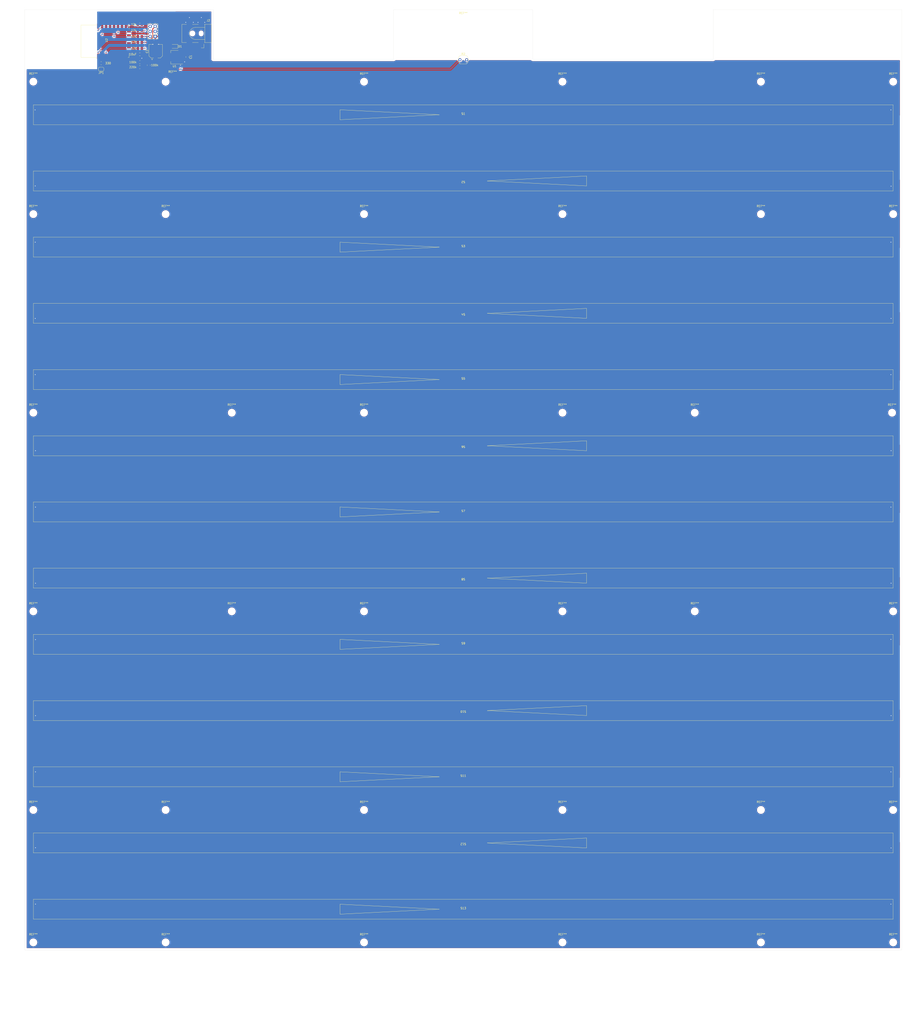
<source format=kicad_pcb>
(kicad_pcb (version 20211014) (generator pcbnew)
  (layers (0 "F.Cu" power) (31 "B.Cu" signal) (36 "B.SilkS" user "B.Silkscreen") (37 "F.SilkS" user "F.Silkscreen") (38 "B.Mask" user) (39 "F.Mask" user) (44 "Edge.Cuts" user))
  (net 0 "")
  (net 1 "GND")
  (net 2 "+5V")
  (net 3 "Net-(R1-Pad1)")
  (net 4 "+3V3")
  (net 5 "Net-(R6-Pad1)")
  (net 6 "Net-(R8-Pad2)")
  (net 7 "Net-(R9-Pad2)")
  (net 8 "Net-(R2-Pad1)")
  (net 9 "/Reset")
  (net 10 "/Flash")
  (net 11 "Net-(JP1-Pad1)")
  (net 12 "Net-(JP1-Pad2)")
  (net 25 "Net-(J1-Pad4)")
  (net 26 "Net-(S2-Pad4)")
  (net 27 "Net-(S1-Pad4)")
  (net 28 "Net-(S4-Pad4)")
  (net 29 "Net-(S3-Pad4)")
  (net 30 "Net-(S6-Pad4)")
  (net 31 "Net-(S5-Pad4)")
  (net 32 "Net-(S8-Pad4)")
  (net 33 "Net-(S10-Pad2)")
  (net 34 "Net-(S10-Pad4)")
  (net 35 "Net-(S7-Pad4)")
  (net 36 "Net-(S12-Pad4)")
  (net 38 "Net-(S11-Pad4)")
  (net 39 "Net-(J1-Pad6)")
  (footprint "Resistor_SMD:R_0805_2012Metric_Pad1.20x1.40mm_HandSolder" (layer "F.Cu") (at 387 326 180)
    (fp_text reference "R5" hide)
    (fp_text value "12k" (at 3 0.263 180) (layer "F.SilkS"))
    (pad "1" smd roundrect locked (at -1 0 180) (size 1.2 1.4) (layers "F.Cu" "F.Paste" "F.Mask") (roundrect_rratio 0.2083333333) (net 9 "/Reset"))
    (pad "2" smd roundrect locked (at 1 0 180) (size 1.2 1.4) (layers "F.Cu" "F.Paste" "F.Mask") (roundrect_rratio 0.2083333333) (net 4 "+3V3"))
  )
  (footprint "MountingHole:MountingHole_3mm" (layer "F.Cu") (at 499.99965 512.48036)
    (fp_text reference "REF**" (at 0 -4) (layer "F.SilkS"))
    (fp_text value "MountingHole_3mm")
    (pad "" np_thru_hole circle locked (at 0 0) (size 3 3) (drill 3) (layers *.Cu *.Mask))
  )
  (footprint "Connector_BarrelJack:BarrelJack_CLIFF_FC681465S_SMT_Horizontal" (layer "F.Cu") (at 415 321.5 180)
    (fp_text reference "J2" (at -6.5 6.5) (layer "F.SilkS"))
    (fp_text value "Conn_01x02_Female")
    (pad "" np_thru_hole oval locked (at -2.9 0 270) (size 2 1.5) (drill oval 2 1.5) (layers *.Cu *.Mask))
    (pad "" np_thru_hole circle locked (at 1.5 0 270) (size 2 2) (drill 2) (layers *.Cu *.Mask))
    (pad "1" smd rect locked (at 3 -5.5 270) (size 3 2) (layers "F.Cu" "F.Paste" "F.Mask") (net 2 "+5V"))
    (pad "1" smd rect locked (at -3 -5.5 270) (size 3 2) (layers "F.Cu" "F.Paste" "F.Mask") (net 2 "+5V"))
    (pad "2" smd rect locked (at 3 5.5 270) (size 3 2) (layers "F.Cu" "F.Paste" "F.Mask") (net 1 "GND"))
    (pad "3" smd rect locked (at -3 5.5 270) (size 3 2) (layers "F.Cu" "F.Paste" "F.Mask") (net 1 "GND"))
  )
  (footprint "MountingHole:MountingHole_3mm" (layer "F.Cu") (at 399.99966 779.147)
    (fp_text reference "REF**" (at 0 -4) (layer "F.SilkS"))
    (fp_text value "MountingHole_3mm")
    (pad "" np_thru_hole circle locked (at 0 0) (size 3 3) (drill 3) (layers *.Cu *.Mask))
  )
  (footprint "MountingHole:MountingHole_3mm" (layer "F.Cu") (at 399.99966 412.48037)
    (fp_text reference "REF**" (at 0 -4) (layer "F.SilkS"))
    (fp_text value "MountingHole_3mm")
    (pad "" np_thru_hole circle locked (at 0 0) (size 3 3) (drill 3) (layers *.Cu *.Mask))
  )
  (footprint "MountingHole:MountingHole_3mm" (layer "F.Cu") (at 599.99964 779.147)
    (fp_text reference "REF**" (at 0 -4) (layer "F.SilkS"))
    (fp_text value "MountingHole_3mm")
    (pad "" np_thru_hole circle locked (at 0 0) (size 3 3) (drill 3) (layers *.Cu *.Mask))
  )
  (footprint "woordklok_footprint:WS2812_ledstrip_30leds_meter" (layer "F.Cu") (at 550 395.7783 180)
    (fp_text reference "S2" (at 0 -0.5 180 unlocked) (layer "F.SilkS"))
    (fp_text value "WS2812_ledstrip")
    (pad "1" smd roundrect locked (at 217.25 -2.5 180) (size 3 1.7) (layers "F.Cu" "F.Paste" "F.Mask") (net 1 "GND"))
    (pad "1" smd roundrect locked (at -217.3 -2.5 180) (size 3 1.7) (layers "F.Cu" "F.Paste" "F.Mask") (net 1 "GND"))
    (pad "2" smd roundrect locked (at -217.3 0 180) (size 3 1.7) (layers "F.Cu" "F.Paste" "F.Mask") (net 27 "Net-(S1-Pad4)"))
    (pad "3" smd roundrect locked (at 217.25 2.5 180) (size 3 1.7) (layers "F.Cu" "F.Paste" "F.Mask") (net 2 "+5V"))
    (pad "3" smd roundrect locked (at -217.3 2.5 180) (size 3 1.7) (layers "F.Cu" "F.Paste" "F.Mask") (net 2 "+5V"))
    (pad "4" smd roundrect locked (at 217.25 0 180) (size 3 1.7) (layers "F.Cu" "F.Paste" "F.Mask") (net 26 "Net-(S2-Pad4)"))
  )
  (footprint "woordklok_footprint:WS2812_ledstrip_30leds_meter" (layer "F.Cu") (at 550 362.445)
    (fp_text reference "S1" (at 0 -0.5 unlocked) (layer "F.SilkS"))
    (fp_text value "WS2812_ledstrip")
    (pad "1" smd roundrect locked (at -217.3 -2.5) (size 3 1.7) (layers "F.Cu" "F.Paste" "F.Mask") (net 1 "GND"))
    (pad "1" smd roundrect locked (at 217.25 -2.5) (size 3 1.7) (layers "F.Cu" "F.Paste" "F.Mask") (net 1 "GND"))
    (pad "2" smd roundrect locked (at -217.3 0) (size 3 1.7) (layers "F.Cu" "F.Paste" "F.Mask") (net 12 "Net-(JP1-Pad2)"))
    (pad "3" smd roundrect locked (at -217.3 2.5) (size 3 1.7) (layers "F.Cu" "F.Paste" "F.Mask") (net 2 "+5V"))
    (pad "3" smd roundrect locked (at 217.25 2.5) (size 3 1.7) (layers "F.Cu" "F.Paste" "F.Mask") (net 2 "+5V"))
    (pad "4" smd roundrect locked (at 217.25 0) (size 3 1.7) (layers "F.Cu" "F.Paste" "F.Mask") (net 27 "Net-(S1-Pad4)"))
  )
  (footprint "MountingHole:MountingHole_3mm" (layer "F.Cu") (at 333.33333 345.79)
    (fp_text reference "REF**" (at 0 -4) (layer "F.SilkS"))
    (fp_text value "MountingHole_3mm")
    (pad "" np_thru_hole circle locked (at 0 0) (size 3 3) (drill 3) (layers *.Cu *.Mask))
  )
  (footprint "MountingHole:MountingHole_3mm" (layer "F.Cu") (at 699.99963 779.147)
    (fp_text reference "REF**" (at 0 -4) (layer "F.SilkS"))
    (fp_text value "MountingHole_3mm")
    (pad "" np_thru_hole circle locked (at 0 0) (size 3 3) (drill 3) (layers *.Cu *.Mask))
  )
  (footprint "MountingHole:MountingHole_3mm" (layer "F.Cu") (at 333.333 412.48037)
    (fp_text reference "REF**" (at 0 -4) (layer "F.SilkS"))
    (fp_text value "MountingHole_3mm")
    (pad "" np_thru_hole circle locked (at 0 0) (size 3 3) (drill 3) (layers *.Cu *.Mask))
  )
  (footprint "woordklok_footprint:WS2812_ledstrip_30leds_meter" (layer "F.Cu") (at 550 429.1116)
    (fp_text reference "S3" (at 0 -0.5 unlocked) (layer "F.SilkS"))
    (fp_text value "WS2812_ledstrip")
    (pad "1" smd roundrect locked (at -217.3 -2.5) (size 3 1.7) (layers "F.Cu" "F.Paste" "F.Mask") (net 1 "GND"))
    (pad "1" smd roundrect locked (at 217.25 -2.5) (size 3 1.7) (layers "F.Cu" "F.Paste" "F.Mask") (net 1 "GND"))
    (pad "2" smd roundrect locked (at -217.3 0) (size 3 1.7) (layers "F.Cu" "F.Paste" "F.Mask") (net 26 "Net-(S2-Pad4)"))
    (pad "3" smd roundrect locked (at -217.3 2.5) (size 3 1.7) (layers "F.Cu" "F.Paste" "F.Mask") (net 2 "+5V"))
    (pad "3" smd roundrect locked (at 217.25 2.5) (size 3 1.7) (layers "F.Cu" "F.Paste" "F.Mask") (net 2 "+5V"))
    (pad "4" smd roundrect locked (at 217.25 0) (size 3 1.7) (layers "F.Cu" "F.Paste" "F.Mask") (net 29 "Net-(S3-Pad4)"))
  )
  (footprint "MountingHole:MountingHole_3mm" (layer "F.Cu") (at 499.99965 712.48034)
    (fp_text reference "REF**" (at 0 -4) (layer "F.SilkS"))
    (fp_text value "MountingHole_3mm")
    (pad "" np_thru_hole circle locked (at 0 0) (size 3 3) (drill 3) (layers *.Cu *.Mask))
  )
  (footprint "MountingHole:MountingHole_3mm" (layer "F.Cu") (at 499.99965 612.48035)
    (fp_text reference "REF**" (at 0 -4) (layer "F.SilkS"))
    (fp_text value "MountingHole_3mm")
    (pad "" np_thru_hole circle locked (at 0 0) (size 3 3) (drill 3) (layers *.Cu *.Mask))
  )
  (footprint "MountingHole:MountingHole_3mm" (layer "F.Cu") (at 599.99964 512.48036)
    (fp_text reference "REF**" (at 0 -4) (layer "F.SilkS"))
    (fp_text value "MountingHole_3mm")
    (pad "" np_thru_hole circle locked (at 0 0) (size 3 3) (drill 3) (layers *.Cu *.Mask))
  )
  (footprint "MountingHole:MountingHole_3mm" (layer "F.Cu") (at 766.66629 612.48035)
    (fp_text reference "REF**" (at 0 -4) (layer "F.SilkS"))
    (fp_text value "MountingHole_3mm")
    (pad "" np_thru_hole circle locked (at 0 0) (size 3 3) (drill 3) (layers *.Cu *.Mask))
  )
  (footprint "MountingHole:MountingHole_3mm" (layer "F.Cu") (at 599.99964 345.81371)
    (fp_text reference "REF**" (at 0 -4) (layer "F.SilkS"))
    (fp_text value "MountingHole_3mm")
    (pad "" np_thru_hole circle locked (at 0 0) (size 3 3) (drill 3) (layers *.Cu *.Mask))
  )
  (footprint "woordklok_footprint:WS2812_ledstrip_30leds_meter" (layer "F.Cu") (at 550 595.7781 180)
    (fp_text reference "S8" (at 0 -0.5 180 unlocked) (layer "F.SilkS"))
    (fp_text value "WS2812_ledstrip")
    (pad "1" smd roundrect locked (at -217.3 -2.5 180) (size 3 1.7) (layers "F.Cu" "F.Paste" "F.Mask") (net 1 "GND"))
    (pad "1" smd roundrect locked (at 217.25 -2.5 180) (size 3 1.7) (layers "F.Cu" "F.Paste" "F.Mask") (net 1 "GND"))
    (pad "2" smd roundrect locked (at -217.3 0 180) (size 3 1.7) (layers "F.Cu" "F.Paste" "F.Mask") (net 35 "Net-(S7-Pad4)"))
    (pad "3" smd roundrect locked (at 217.25 2.5 180) (size 3 1.7) (layers "F.Cu" "F.Paste" "F.Mask") (net 2 "+5V"))
    (pad "3" smd roundrect locked (at -217.3 2.5 180) (size 3 1.7) (layers "F.Cu" "F.Paste" "F.Mask") (net 2 "+5V"))
    (pad "4" smd roundrect locked (at 217.25 0 180) (size 3 1.7) (layers "F.Cu" "F.Paste" "F.Mask") (net 32 "Net-(S8-Pad4)"))
  )
  (footprint "Resistor_SMD:R_0805_2012Metric_Pad1.20x1.40mm_HandSolder" (layer "F.Cu") (at 387 336)
    (fp_text reference "R1" hide)
    (fp_text value "100k" (at -3.5 0) (layer "F.SilkS"))
    (pad "1" smd roundrect locked (at -1 0) (size 1.2 1.4) (layers "F.Cu" "F.Paste" "F.Mask") (roundrect_rratio 0.2083333333) (net 3 "Net-(R1-Pad1)"))
    (pad "2" smd roundrect locked (at 1 0) (size 1.2 1.4) (layers "F.Cu" "F.Paste" "F.Mask") (roundrect_rratio 0.2083333333) (net 1 "GND"))
  )
  (footprint "MountingHole:MountingHole_3mm" (layer "F.Cu") (at 333.333 712.48034)
    (fp_text reference "REF**" (at 0 -4) (layer "F.SilkS"))
    (fp_text value "MountingHole_3mm")
    (pad "" np_thru_hole circle locked (at 0 0) (size 3 3) (drill 3) (layers *.Cu *.Mask))
  )
  (footprint "MountingHole:MountingHole_3mm" (layer "F.Cu") (at 433.33299 512.48036)
    (fp_text reference "REF**" (at 0 -4) (layer "F.SilkS"))
    (fp_text value "MountingHole_3mm")
    (pad "" np_thru_hole circle locked (at 0 0) (size 3 3) (drill 3) (layers *.Cu *.Mask))
  )
  (footprint "MountingHole:MountingHole_3mm" (layer "F.Cu") (at 766.66629 412.48037)
    (fp_text reference "REF**" (at 0 -4) (layer "F.SilkS"))
    (fp_text value "MountingHole_3mm")
    (pad "" np_thru_hole circle locked (at 0 0) (size 3 3) (drill 3) (layers *.Cu *.Mask))
  )
  (footprint "MountingHole:MountingHole_3mm" (layer "F.Cu") (at 499.99965 345.81371)
    (fp_text reference "REF**" (at 0 -4) (layer "F.SilkS"))
    (fp_text value "MountingHole_3mm")
    (pad "" np_thru_hole circle locked (at 0 0) (size 3 3) (drill 3) (layers *.Cu *.Mask))
  )
  (footprint "MountingHole:MountingHole_8.4mm_M8" (layer "F.Cu") (at 549.99 320.7)
    (fp_text reference "REF**" (at 0 -9.4) (layer "F.SilkS"))
    (fp_text value "MountingHole_8.4mm_M8")
    (pad "" np_thru_hole circle locked (at 0 0) (size 8.4 8.4) (drill 8.4) (layers *.Cu *.Mask))
  )
  (footprint "MountingHole:MountingHole_3mm" (layer "F.Cu") (at 499.99965 779.147)
    (fp_text reference "REF**" (at 0 -4) (layer "F.SilkS"))
    (fp_text value "MountingHole_3mm")
    (pad "" np_thru_hole circle locked (at 0 0) (size 3 3) (drill 3) (layers *.Cu *.Mask))
  )
  (footprint "MountingHole:MountingHole_3mm" (layer "F.Cu") (at 433.33299 612.48035)
    (fp_text reference "REF**" (at 0 -4) (layer "F.SilkS"))
    (fp_text value "MountingHole_3mm")
    (pad "" np_thru_hole circle locked (at 0 0) (size 3 3) (drill 3) (layers *.Cu *.Mask))
  )
  (footprint "Resistor_SMD:R_0805_2012Metric_Pad1.20x1.40mm_HandSolder" (layer "F.Cu") (at 391.5 337.5 -90)
    (fp_text reference "R3" hide)
    (fp_text value "100k" (at 0 -3 180) (layer "F.SilkS"))
    (pad "1" smd roundrect locked (at -1 0 270) (size 1.2 1.4) (layers "F.Cu" "F.Paste" "F.Mask") (roundrect_rratio 0.2083333333) (net 4 "+3V3"))
    (pad "2" smd roundrect locked (at 1 0 270) (size 1.2 1.4) (layers "F.Cu" "F.Paste" "F.Mask") (roundrect_rratio 0.2083333333) (net 8 "Net-(R2-Pad1)"))
  )
  (footprint "woordklok_footprint:WS2812_ledstrip_30leds_meter" (layer "F.Cu") (at 550 729.1113 180)
    (fp_text reference "S12" (at 0 -0.5 180 unlocked) (layer "F.SilkS"))
    (fp_text value "WS2812_ledstrip")
    (pad "1" smd roundrect locked (at -217.3 -2.5 180) (size 3 1.7) (layers "F.Cu" "F.Paste" "F.Mask") (net 1 "GND"))
    (pad "1" smd roundrect locked (at 217.25 -2.5 180) (size 3 1.7) (layers "F.Cu" "F.Paste" "F.Mask") (net 1 "GND"))
    (pad "2" smd roundrect locked (at -217.3 0 180) (size 3 1.7) (layers "F.Cu" "F.Paste" "F.Mask") (net 38 "Net-(S11-Pad4)"))
    (pad "3" smd roundrect locked (at 217.25 2.5 180) (size 3 1.7) (layers "F.Cu" "F.Paste" "F.Mask") (net 2 "+5V"))
    (pad "3" smd roundrect locked (at -217.3 2.5 180) (size 3 1.7) (layers "F.Cu" "F.Paste" "F.Mask") (net 2 "+5V"))
    (pad "4" smd roundrect locked (at 217.25 0 180) (size 3 1.7) (layers "F.Cu" "F.Paste" "F.Mask") (net 36 "Net-(S12-Pad4)"))
  )
  (footprint "MountingHole:MountingHole_3mm" (layer "F.Cu") (at 699.99963 712.48034)
    (fp_text reference "REF**" (at 0 -4) (layer "F.SilkS"))
    (fp_text value "MountingHole_3mm")
    (pad "" np_thru_hole circle locked (at 0 0) (size 3 3) (drill 3) (layers *.Cu *.Mask))
  )
  (footprint "woordklok_footprint:WS2812_ledstrip_30leds_meter" (layer "F.Cu") (at 550 629.1114)
    (fp_text reference "S9" (at 0 -0.5 unlocked) (layer "F.SilkS"))
    (fp_text value "WS2812_ledstrip")
    (pad "1" smd roundrect locked (at -217.3 -2.5) (size 3 1.7) (layers "F.Cu" "F.Paste" "F.Mask") (net 1 "GND"))
    (pad "1" smd roundrect locked (at 217.25 -2.5) (size 3 1.7) (layers "F.Cu" "F.Paste" "F.Mask") (net 1 "GND"))
    (pad "2" smd roundrect locked (at -217.3 0) (size 3 1.7) (layers "F.Cu" "F.Paste" "F.Mask") (net 32 "Net-(S8-Pad4)"))
    (pad "3" smd roundrect locked (at 217.25 2.5) (size 3 1.7) (layers "F.Cu" "F.Paste" "F.Mask") (net 2 "+5V"))
    (pad "3" smd roundrect locked (at -217.3 2.5) (size 3 1.7) (layers "F.Cu" "F.Paste" "F.Mask") (net 2 "+5V"))
    (pad "4" smd roundrect locked (at 217.25 0) (size 3 1.7) (layers "F.Cu" "F.Paste" "F.Mask") (net 33 "Net-(S10-Pad2)"))
  )
  (footprint "MountingHole:MountingHole_3mm" (layer "F.Cu") (at 599.99964 612.48035)
    (fp_text reference "REF**" (at 0 -4) (layer "F.SilkS"))
    (fp_text value "MountingHole_3mm")
    (pad "" np_thru_hole circle locked (at 0 0) (size 3 3) (drill 3) (layers *.Cu *.Mask))
  )
  (footprint "Jumper:SolderJumper-2_P1.3mm_Open_RoundedPad1.0x1.5mm" (layer "F.Cu") (at 367.5 339.5 180)
    (fp_text reference "JP1" (at 0 -1.8) (layer "F.SilkS"))
    (fp_text value "ledstrip")
    (pad "1" smd custom locked (at -0.65 0 180) (size 1 0.5) (layers "F.Cu" "F.Mask") (net 11 "Net-(JP1-Pad1)") (options (clearance outline) (anchor rect)) (primitives (gr_circle (center 0 0.25) (end 0.5 0.25) (width 0) (fill yes)) (gr_circle (center 0 -0.25) (end 0.5 -0.25) (width 0) (fill yes)) (gr_poly (pts (xy 0.5 0.75) (xy 0 0.75) (xy 0 -0.75) (xy 0.5 -0.75)) (width 0) (fill yes))))
    (pad "2" smd custom locked (at 0.65 0 180) (size 1 0.5) (layers "F.Cu" "F.Mask") (net 12 "Net-(JP1-Pad2)") (options (clearance outline) (anchor rect)) (primitives (gr_circle (center 0 0.25) (end 0.5 0.25) (width 0) (fill yes)) (gr_circle (center 0 -0.25) (end 0.5 -0.25) (width 0) (fill yes)) (gr_poly (pts (xy 0 0.75) (xy -0.5 0.75) (xy -0.5 -0.75) (xy 0 -0.75)) (width 0) (fill yes))))
  )
  (footprint "MountingHole:MountingHole_3mm" (layer "F.Cu") (at 333.333 779.147)
    (fp_text reference "REF**" (at 0 -4) (layer "F.SilkS"))
    (fp_text value "MountingHole_3mm")
    (pad "" np_thru_hole circle locked (at 0 0) (size 3 3) (drill 3) (layers *.Cu *.Mask))
  )
  (footprint "woordklok_footprint:WS2812_ledstrip_30leds_meter" (layer "F.Cu") (at 550 462.4449 180)
    (fp_text reference "S4" (at 0 -0.5 180 unlocked) (layer "F.SilkS"))
    (fp_text value "WS2812_ledstrip")
    (pad "1" smd roundrect locked (at 217.25 -2.5 180) (size 3 1.7) (layers "F.Cu" "F.Paste" "F.Mask") (net 1 "GND"))
    (pad "1" smd roundrect locked (at -217.3 -2.5 180) (size 3 1.7) (layers "F.Cu" "F.Paste" "F.Mask") (net 1 "GND"))
    (pad "2" smd roundrect locked (at -217.3 0 180) (size 3 1.7) (layers "F.Cu" "F.Paste" "F.Mask") (net 29 "Net-(S3-Pad4)"))
    (pad "3" smd roundrect locked (at 217.25 2.5 180) (size 3 1.7) (layers "F.Cu" "F.Paste" "F.Mask") (net 2 "+5V"))
    (pad "3" smd roundrect locked (at -217.3 2.5 180) (size 3 1.7) (layers "F.Cu" "F.Paste" "F.Mask") (net 2 "+5V"))
    (pad "4" smd roundrect locked (at 217.25 0 180) (size 3 1.7) (layers "F.Cu" "F.Paste" "F.Mask") (net 28 "Net-(S4-Pad4)"))
  )
  (footprint "woordklok_footprint:WS2812_ledstrip_30leds_meter" (layer "F.Cu") (at 550 662.4447 180)
    (fp_text reference "S10" (at 0 -0.5 180 unlocked) (layer "F.SilkS"))
    (fp_text value "WS2812_ledstrip")
    (pad "1" smd roundrect locked (at -217.3 -2.5 180) (size 3 1.7) (layers "F.Cu" "F.Paste" "F.Mask") (net 1 "GND"))
    (pad "1" smd roundrect locked (at 217.25 -2.5 180) (size 3 1.7) (layers "F.Cu" "F.Paste" "F.Mask") (net 1 "GND"))
    (pad "2" smd roundrect locked (at -217.3 0 180) (size 3 1.7) (layers "F.Cu" "F.Paste" "F.Mask") (net 33 "Net-(S10-Pad2)"))
    (pad "3" smd roundrect locked (at 217.25 2.5 180) (size 3 1.7) (layers "F.Cu" "F.Paste" "F.Mask") (net 2 "+5V"))
    (pad "3" smd roundrect locked (at -217.3 2.5 180) (size 3 1.7) (layers "F.Cu" "F.Paste" "F.Mask") (net 2 "+5V"))
    (pad "4" smd roundrect locked (at 217.25 0 180) (size 3 1.7) (layers "F.Cu" "F.Paste" "F.Mask") (net 34 "Net-(S10-Pad4)"))
  )
  (footprint "Resistor_SMD:R_0805_2012Metric_Pad1.20x1.40mm_HandSolder" (layer "F.Cu") (at 387 320)
    (fp_text reference "R8" hide)
    (fp_text value "12k" (at -3 -0.018) (layer "F.SilkS"))
    (pad "1" smd roundrect locked (at -1 0) (size 1.2 1.4) (layers "F.Cu" "F.Paste" "F.Mask") (roundrect_rratio 0.2083333333) (net 4 "+3V3"))
    (pad "2" smd roundrect locked (at 1 0) (size 1.2 1.4) (layers "F.Cu" "F.Paste" "F.Mask") (roundrect_rratio 0.2083333333) (net 6 "Net-(R8-Pad2)"))
  )
  (footprint "MountingHole:MountingHole_3mm" (layer "F.Cu") (at 399.99966 345.81371)
    (fp_text reference "REF**" (at 3.5 -5) (layer "F.SilkS"))
    (fp_text value "MountingHole_3mm")
    (pad "" np_thru_hole circle locked (at 0 0) (size 3 3) (drill 3) (layers *.Cu *.Mask))
  )
  (footprint "MountingHole:MountingHole_3mm" (layer "F.Cu") (at 599.99964 712.48034)
    (fp_text reference "REF**" (at 0 -4) (layer "F.SilkS"))
    (fp_text value "MountingHole_3mm")
    (pad "" np_thru_hole circle locked (at 0 0) (size 3 3) (drill 3) (layers *.Cu *.Mask))
  )
  (footprint "MountingHole:MountingHole_3mm" (layer "F.Cu") (at 766.6 712.5)
    (fp_text reference "REF**" (at 0 -4) (layer "F.SilkS"))
    (fp_text value "MountingHole_3mm")
    (pad "" np_thru_hole circle locked (at 0 0) (size 3 3) (drill 3) (layers *.Cu *.Mask))
  )
  (footprint "MountingHole:MountingHole_3mm" (layer "F.Cu") (at 333.333 512.48036)
    (fp_text reference "REF**" (at 0 -4) (layer "F.SilkS"))
    (fp_text value "MountingHole_3mm")
    (pad "" np_thru_hole circle locked (at 0 0) (size 3 3) (drill 3) (layers *.Cu *.Mask))
  )
  (footprint "Diode_SMD:D_0805_2012Metric_Pad1.15x1.40mm_HandSolder" (layer "F.Cu") (at 404.246 328.039 180)
    (fp_text reference "D1" (at -3.013 -0.02) (layer "F.SilkS"))
    (fp_text value "D_Schottky")
    (pad "1" smd roundrect locked (at -1.025 0 180) (size 1.15 1.4) (layers "F.Cu" "F.Paste" "F.Mask") (roundrect_rratio 0.2173913043) (net 2 "+5V"))
    (pad "2" smd roundrect locked (at 1.025 0 180) (size 1.15 1.4) (layers "F.Cu" "F.Paste" "F.Mask") (roundrect_rratio 0.2173913043) (net 4 "+3V3"))
  )
  (footprint "MountingHole:MountingHole_3mm" (layer "F.Cu") (at 699.99963 412.48037)
    (fp_text reference "REF**" (at 0 -4) (layer "F.SilkS"))
    (fp_text value "MountingHole_3mm")
    (pad "" np_thru_hole circle locked (at 0 0) (size 3 3) (drill 3) (layers *.Cu *.Mask))
  )
  (footprint "woordklok_footprint:WS2812_ledstrip_30leds_meter" (layer "F.Cu") (at 550 695.778)
    (fp_text reference "S11" (at 0 -0.5 unlocked) (layer "F.SilkS"))
    (fp_text value "WS2812_ledstrip")
    (pad "1" smd roundrect locked (at 217.25 -2.5) (size 3 1.7) (layers "F.Cu" "F.Paste" "F.Mask") (net 1 "GND"))
    (pad "1" smd roundrect locked (at -217.3 -2.5) (size 3 1.7) (layers "F.Cu" "F.Paste" "F.Mask") (net 1 "GND"))
    (pad "2" smd roundrect locked (at -217.3 0) (size 3 1.7) (layers "F.Cu" "F.Paste" "F.Mask") (net 34 "Net-(S10-Pad4)"))
    (pad "3" smd roundrect locked (at 217.25 2.5) (size 3 1.7) (layers "F.Cu" "F.Paste" "F.Mask") (net 2 "+5V"))
    (pad "3" smd roundrect locked (at -217.3 2.5) (size 3 1.7) (layers "F.Cu" "F.Paste" "F.Mask") (net 2 "+5V"))
    (pad "4" smd roundrect locked (at 217.25 0) (size 3 1.7) (layers "F.Cu" "F.Paste" "F.Mask") (net 38 "Net-(S11-Pad4)"))
  )
  (footprint "Package_TO_SOT_SMD:SOT-223-3_TabPin2" (layer "F.Cu") (at 404.5 333.5 180)
    (fp_text reference "U1" (at 0 -4.5) (layer "F.SilkS"))
    (fp_text value "AMS1117-3.3")
    (pad "1" smd rect locked (at -3.15 -2.3 180) (size 2 1.5) (layers "F.Cu" "F.Paste" "F.Mask") (net 1 "GND"))
    (pad "2" smd rect locked (at -3.15 0 180) (size 2 1.5) (layers "F.Cu" "F.Paste" "F.Mask") (net 4 "+3V3"))
    (pad "2" smd rect locked (at 3.15 0 180) (size 2 3.8) (layers "F.Cu" "F.Paste" "F.Mask") (net 4 "+3V3"))
    (pad "3" smd rect locked (at -3.15 2.3 180) (size 2 1.5) (layers "F.Cu" "F.Paste" "F.Mask") (net 2 "+5V"))
  )
  (footprint "RF_Module:ESP-12E" (layer "F.Cu") (at 369.5 325.425 90)
    (fp_text reference "U2" (at 0.45 0.75 90) (layer "F.SilkS"))
    (fp_text value "ESP-12E")
    (pad "1" smd rect locked (at -7.6 -3.5 90) (size 2.5 1) (layers "F.Cu" "F.Paste" "F.Mask") (net 9 "/Reset"))
    (pad "2" smd rect locked (at -7.6 -1.5 90) (size 2.5 1) (layers "F.Cu" "F.Paste" "F.Mask") (net 3 "Net-(R1-Pad1)"))
    (pad "3" smd rect locked (at -7.6 0.5 90) (size 2.5 1) (layers "F.Cu" "F.Paste" "F.Mask") (net 5 "Net-(R6-Pad1)"))
    (pad "4" smd rect locked (at -7.6 2.5 90) (size 2.5 1) (layers "F.Cu" "F.Paste" "F.Mask"))
    (pad "5" smd rect locked (at -7.6 4.5 90) (size 2.5 1) (layers "F.Cu" "F.Paste" "F.Mask"))
    (pad "6" smd rect locked (at -7.6 6.5 90) (size 2.5 1) (layers "F.Cu" "F.Paste" "F.Mask"))
    (pad "7" smd rect locked (at -7.6 8.5 90) (size 2.5 1) (layers "F.Cu" "F.Paste" "F.Mask"))
    (pad "8" smd rect locked (at -7.6 10.5 90) (size 2.5 1) (layers "F.Cu" "F.Paste" "F.Mask") (net 4 "+3V3"))
    (pad "9" smd rect locked (at -5 12 90) (size 1 1.8) (layers "F.Cu" "F.Paste" "F.Mask"))
    (pad "10" smd rect locked (at -3 12 90) (size 1 1.8) (layers "F.Cu" "F.Paste" "F.Mask"))
    (pad "11" smd rect locked (at -1 12 90) (size 1 1.8) (layers "F.Cu" "F.Paste" "F.Mask"))
    (pad "12" smd rect locked (at 1 12 90) (size 1 1.8) (layers "F.Cu" "F.Paste" "F.Mask"))
    (pad "13" smd rect locked (at 3 12 90) (size 1 1.8) (layers "F.Cu" "F.Paste" "F.Mask"))
    (pad "14" smd rect locked (at 5 12 90) (size 1 1.8) (layers "F.Cu" "F.Paste" "F.Mask"))
    (pad "15" smd rect locked (at 7.6 10.5 90) (size 2.5 1) (layers "F.Cu" "F.Paste" "F.Mask") (net 1 "GND"))
    (pad "16" smd rect locked (at 7.6 8.5 90) (size 2.5 1) (layers "F.Cu" "F.Paste" "F.Mask") (net 7 "Net-(R9-Pad2)"))
    (pad "17" smd rect locked (at 7.6 6.5 90) (size 2.5 1) (layers "F.Cu" "F.Paste" "F.Mask") (net 6 "Net-(R8-Pad2)"))
    (pad "18" smd rect locked (at 7.6 4.5 90) (size 2.5 1) (layers "F.Cu" "F.Paste" "F.Mask") (net 10 "/Flash"))
    (pad "19" smd rect locked (at 7.6 2.5 90) (size 2.5 1) (layers "F.Cu" "F.Paste" "F.Mask"))
    (pad "20" smd rect locked (at 7.6 0.5 90) (size 2.5 1) (layers "F.Cu" "F.Paste" "F.Mask"))
    (pad "21" smd rect locked (at 7.6 -1.5 90) (size 2.5 1) (layers "F.Cu" "F.Paste" "F.Mask") (net 25 "Net-(J1-Pad4)"))
    (pad "22" smd rect locked (at 7.6 -3.5 90) (size 2.5 1) (layers "F.Cu" "F.Paste" "F.Mask") (net 39 "Net-(J1-Pad6)"))
  )
  (footprint "woordklok_footprint:WS2812_ledstrip_30leds_meter" (layer "F.Cu") (at 550 495.7782)
    (fp_text reference "S5" (at 0 -0.5 unlocked) (layer "F.SilkS"))
    (fp_text value "WS2812_ledstrip")
    (pad "1" smd roundrect locked (at 217.25 -2.5) (size 3 1.7) (layers "F.Cu" "F.Paste" "F.Mask") (net 1 "GND"))
    (pad "1" smd roundrect locked (at -217.3 -2.5) (size 3 1.7) (layers "F.Cu" "F.Paste" "F.Mask") (net 1 "GND"))
    (pad "2" smd roundrect locked (at -217.3 0) (size 3 1.7) (layers "F.Cu" "F.Paste" "F.Mask") (net 28 "Net-(S4-Pad4)"))
    (pad "3" smd roundrect locked (at -217.3 2.5) (size 3 1.7) (layers "F.Cu" "F.Paste" "F.Mask") (net 2 "+5V"))
    (pad "3" smd roundrect locked (at 217.25 2.5) (size 3 1.7) (layers "F.Cu" "F.Paste" "F.Mask") (net 2 "+5V"))
    (pad "4" smd roundrect locked (at 217.25 0) (size 3 1.7) (layers "F.Cu" "F.Paste" "F.Mask") (net 31 "Net-(S5-Pad4)"))
  )
  (footprint "MountingHole:MountingHole_3mm" (layer "F.Cu") (at 333.333 612.48035)
    (fp_text reference "REF**" (at 0 -4) (layer "F.SilkS"))
    (fp_text value "MountingHole_3mm")
    (pad "" np_thru_hole circle locked (at 0 0) (size 3 3) (drill 3) (layers *.Cu *.Mask))
  )
  (footprint "MountingHole:MountingHole_3mm" (layer "F.Cu") (at 499.99965 412.48037)
    (fp_text reference "REF**" (at 0 -4) (layer "F.SilkS"))
    (fp_text value "MountingHole_3mm")
    (pad "" np_thru_hole circle locked (at 0 0) (size 3 3) (drill 3) (layers *.Cu *.Mask))
  )
  (footprint "MountingHole:MountingHole_3mm" (layer "F.Cu") (at 766.1 512.48036)
    (fp_text reference "REF**" (at 0 -4) (layer "F.SilkS"))
    (fp_text value "MountingHole_3mm")
    (pad "" np_thru_hole circle locked (at 0 0) (size 3 3) (drill 3) (layers *.Cu *.Mask))
  )
  (footprint "Resistor_SMD:R_0805_2012Metric_Pad1.20x1.40mm_HandSolder" (layer "F.Cu") (at 387 338.5 180)
    (fp_text reference "R4" hide)
    (fp_text value "220k" (at 3.5 0) (layer "F.SilkS"))
    (pad "1" smd roundrect locked (at -1 0 180) (size 1.2 1.4) (layers "F.Cu" "F.Paste" "F.Mask") (roundrect_rratio 0.2083333333) (net 8 "Net-(R2-Pad1)"))
    (pad "2" smd roundrect locked (at 1 0 180) (size 1.2 1.4) (layers "F.Cu" "F.Paste" "F.Mask") (roundrect_rratio 0.2083333333) (net 3 "Net-(R1-Pad1)"))
  )
  (footprint "Connector_PinHeader_2.54mm:PinHeader_2x03_P2.54mm_Vertical" (layer "F.Cu") (at 394.77 323.04 180)
    (fp_text reference "J1" hide)
    (fp_text value "Conn_02x03")
    (pad "1" thru_hole rect (at 0 0 180) (size 1.7 1.7) (drill 1) (layers *.Cu *.Mask) (net 4 "+3V3"))
    (pad "2" thru_hole oval (at 2.54 0 180) (size 1.7 1.7) (drill 1) (layers *.Cu *.Mask) (net 10 "/Flash"))
    (pad "3" thru_hole oval (at 0 2.54 180) (size 1.7 1.7) (drill 1) (layers *.Cu *.Mask) (net 1 "GND"))
    (pad "4" thru_hole oval (at 2.54 2.54 180) (size 1.7 1.7) (drill 1) (layers *.Cu *.Mask) (net 25 "Net-(J1-Pad4)"))
    (pad "5" thru_hole oval (at 0 5.08 180) (size 1.7 1.7) (drill 1) (layers *.Cu *.Mask) (net 9 "/Reset"))
    (pad "6" thru_hole oval (at 2.54 5.08 180) (size 1.7 1.7) (drill 1) (layers *.Cu *.Mask) (net 39 "Net-(J1-Pad6)"))
  )
  (footprint "woordklok_footprint:WS2812_ledstrip_30leds_meter" (layer "F.Cu") (at 550 762.4446)
    (fp_text reference "S13" (at 0 -0.5 unlocked) (layer "F.SilkS"))
    (fp_text value "WS2812_ledstrip")
    (pad "1" smd roundrect locked (at -217.3 -2.5) (size 3 1.7) (layers "F.Cu" "F.Paste" "F.Mask") (net 1 "GND"))
    (pad "1" smd roundrect locked (at 217.25 -2.5) (size 3 1.7) (layers "F.Cu" "F.Paste" "F.Mask") (net 1 "GND"))
    (pad "2" smd roundrect locked (at -217.3 0) (size 3 1.7) (layers "F.Cu" "F.Paste" "F.Mask") (net 36 "Net-(S12-Pad4)"))
    (pad "3" smd roundrect locked (at 217.25 2.5) (size 3 1.7) (layers "F.Cu" "F.Paste" "F.Mask") (net 2 "+5V"))
    (pad "3" smd roundrect locked (at -217.3 2.5) (size 3 1.7) (layers "F.Cu" "F.Paste" "F.Mask") (net 2 "+5V"))
    (pad "4" smd roundrect locked (at 217.25 0) (size 3 1.7) (layers "F.Cu" "F.Paste" "F.Mask"))
  )
  (footprint "Resistor_SMD:R_0805_2012Metric_Pad1.20x1.40mm_HandSolder" (layer "F.Cu") (at 387 317)
    (fp_text reference "R9" hide)
    (fp_text value "12k" (at -3 0.014) (layer "F.SilkS"))
    (pad "1" smd roundrect locked (at -1 0) (size 1.2 1.4) (layers "F.Cu" "F.Paste" "F.Mask") (roundrect_rratio 0.2083333333) (net 1 "GND"))
    (pad "2" smd roundrect locked (at 1 0) (size 1.2 1.4) (layers "F.Cu" "F.Paste" "F.Mask") (roundrect_rratio 0.2083333333) (net 7 "Net-(R9-Pad2)"))
  )
  (footprint "Capacitor_SMD:C_0805_2012Metric_Pad1.18x1.45mm_HandSolder" (layer "F.Cu") (at 410.977 333.373 -90)
    (fp_text reference "C1" (at 0 -1.68 90) (layer "F.SilkS"))
    (fp_text value "10uF")
    (pad "1" smd roundrect locked (at -1.0375 0 270) (size 1.175 1.45) (layers "F.Cu" "F.Paste" "F.Mask") (roundrect_rratio 0.2127659574) (net 2 "+5V"))
    (pad "2" smd roundrect locked (at 1.0375 0 270) (size 1.175 1.45) (layers "F.Cu" "F.Paste" "F.Mask") (roundrect_rratio 0.2127659574) (net 1 "GND"))
  )
  (footprint "Capacitor_SMD:CP_Elec_6.3x5.4" (layer "F.Cu") (at 395 330.5 90)
    (fp_text reference "C2" (at 0 -4.35 90) (layer "F.SilkS"))
    (fp_text value "10uF")
    (pad "1" smd roundrect locked (at -2.8 0 90) (size 3.5 1.6) (layers "F.Cu" "F.Paste" "F.Mask") (roundrect_rratio 0.15625) (net 4 "+3V3"))
    (pad "2" smd roundrect locked (at 2.8 0 90) (size 3.5 1.6) (layers "F.Cu" "F.Paste" "F.Mask") (roundrect_rratio 0.15625) (net 1 "GND"))
  )
  (footprint "MountingHole:MountingHole_3mm" (layer "F.Cu") (at 699.99963 345.81371)
    (fp_text reference "REF**" (at 0 -4) (layer "F.SilkS"))
    (fp_text value "MountingHole_3mm")
    (pad "" np_thru_hole circle locked (at 0 0) (size 3 3) (drill 3) (layers *.Cu *.Mask))
  )
  (footprint "MountingHole:MountingHole_3mm" (layer "F.Cu") (at 399.99966 712.48034)
    (fp_text reference "REF**" (at 0 -4) (layer "F.SilkS"))
    (fp_text value "MountingHole_3mm")
    (pad "" np_thru_hole circle locked (at 0 0) (size 3 3) (drill 3) (layers *.Cu *.Mask))
  )
  (footprint "Capacitor_SMD:C_0805_2012Metric_Pad1.18x1.45mm_HandSolder" (layer "F.Cu") (at 387 332)
    (fp_text reference "C3" hide)
    (fp_text value "10uF" (at -3.5 0) (layer "F.SilkS"))
    (pad "1" smd roundrect locked (at -1.0375 0) (size 1.175 1.45) (layers "F.Cu" "F.Paste" "F.Mask") (roundrect_rratio 0.2127659574) (net 4 "+3V3"))
    (pad "2" smd roundrect locked (at 1.0375 0) (size 1.175 1.45) (layers "F.Cu" "F.Paste" "F.Mask") (roundrect_rratio 0.2127659574) (net 1 "GND"))
  )
  (footprint "MountingHole:MountingHole_3mm" (layer "F.Cu") (at 766.66629 345.81371)
    (fp_text reference "REF**" (at 0 -4) (layer "F.SilkS"))
    (fp_text value "MountingHole_3mm")
    (pad "" np_thru_hole circle locked (at 0 0) (size 3 3) (drill 3) (layers *.Cu *.Mask))
  )
  (footprint "Resistor_SMD:R_0805_2012Metric_Pad1.20x1.40mm_HandSolder" (layer "F.Cu") (at 387 323)
    (fp_text reference "R7" hide)
    (fp_text value "12k" (at -3 -0.05) (layer "F.SilkS"))
    (pad "1" smd roundrect locked (at -1 0) (size 1.2 1.4) (layers "F.Cu" "F.Paste" "F.Mask") (roundrect_rratio 0.2083333333) (net 4 "+3V3"))
    (pad "2" smd roundrect locked (at 1 0) (size 1.2 1.4) (layers "F.Cu" "F.Paste" "F.Mask") (roundrect_rratio 0.2083333333) (net 10 "/Flash"))
  )
  (footprint "MountingHole:MountingHole_3mm" (layer "F.Cu") (at 666.6663 612.48035)
    (fp_text reference "REF**" (at 0 -4) (layer "F.SilkS"))
    (fp_text value "MountingHole_3mm")
    (pad "" np_thru_hole circle locked (at 0 0) (size 3 3) (drill 3) (layers *.Cu *.Mask))
  )
  (footprint "Resistor_SMD:R_0805_2012Metric_Pad1.20x1.40mm_HandSolder" (layer "F.Cu") (at 387 329 180)
    (fp_text reference "R6" hide)
    (fp_text value "12k" (at 3 0) (layer "F.SilkS"))
    (pad "1" smd roundrect locked (at -1 0 180) (size 1.2 1.4) (layers "F.Cu" "F.Paste" "F.Mask") (roundrect_rratio 0.2083333333) (net 5 "Net-(R6-Pad1)"))
    (pad "2" smd roundrect locked (at 1 0 180) (size 1.2 1.4) (layers "F.Cu" "F.Paste" "F.Mask") (roundrect_rratio 0.2083333333) (net 4 "+3V3"))
  )
  (footprint "MountingHole:MountingHole_3mm" (layer "F.Cu") (at 599.99964 412.48037)
    (fp_text reference "REF**" (at 0 -4) (layer "F.SilkS"))
    (fp_text value "MountingHole_3mm")
    (pad "" np_thru_hole circle locked (at 0 0) (size 3 3) (drill 3) (layers *.Cu *.Mask))
  )
  (footprint "woordklok_footprint:WS2812_ledstrip_30leds_meter" (layer "F.Cu") (at 550 529.1115 180)
    (fp_text reference "S6" (at 0 -0.5 180 unlocked) (layer "F.SilkS"))
    (fp_text value "WS2812_ledstrip")
    (pad "1" smd roundrect locked (at -217.3 -2.5 180) (size 3 1.7) (layers "F.Cu" "F.Paste" "F.Mask") (net 1 "GND"))
    (pad "1" smd roundrect locked (at 217.25 -2.5 180) (size 3 1.7) (layers "F.Cu" "F.Paste" "F.Mask") (net 1 "GND"))
    (pad "2" smd roundrect locked (at -217.3 0 180) (size 3 1.7) (layers "F.Cu" "F.Paste" "F.Mask") (net 31 "Net-(S5-Pad4)"))
    (pad "3" smd roundrect locked (at -217.3 2.5 180) (size 3 1.7) (layers "F.Cu" "F.Paste" "F.Mask") (net 2 "+5V"))
    (pad "3" smd roundrect locked (at 217.25 2.5 180) (size 3 1.7) (layers "F.Cu" "F.Paste" "F.Mask") (net 2 "+5V"))
    (pad "4" smd roundrect locked (at 217.25 0 180) (size 3 1.7) (layers "F.Cu" "F.Paste" "F.Mask") (net 30 "Net-(S6-Pad4)"))
  )
  (footprint "MountingHole:MountingHole_3mm" (layer "F.Cu") (at 766.66629 779.147)
    (fp_text reference "REF**" (at 0 -4) (layer "F.SilkS"))
    (fp_text value "MountingHole_3mm")
    (pad "" np_thru_hole circle locked (at 0 0) (size 3 3) (drill 3) (layers *.Cu *.Mask))
  )
  (footprint "OptoDevice:R_LDR_5.1x4.3mm_P3.4mm_Vertical" (layer "F.Cu") (at 548.3122 334.7526)
    (fp_text reference "R2" (at 1.7 -2.9) (layer "F.SilkS"))
    (fp_text value "LDR")
    (pad "1" thru_hole circle locked (at 0 0) (size 1.5 1.5) (drill 0.8) (layers *.Cu *.Mask) (net 8 "Net-(R2-Pad1)"))
    (pad "2" thru_hole circle locked (at 3.4 0) (size 1.5 1.5) (drill 0.8) (layers *.Cu *.Mask) (net 1 "GND"))
  )
  (footprint "Resistor_SMD:R_0805_2012Metric_Pad1.20x1.40mm_HandSolder" (layer "F.Cu") (at 367.5 336.5)
    (fp_text reference "R10" hide)
    (fp_text value "330" (at 3.5 0 180) (layer "F.SilkS"))
    (pad "1" smd roundrect locked (at -1 0) (size 1.2 1.4) (layers "F.Cu" "F.Paste" "F.Mask") (roundrect_rratio 0.2083333333) (net 11 "Net-(JP1-Pad1)"))
    (pad "2" smd roundrect locked (at 1 0) (size 1.2 1.4) (layers "F.Cu" "F.Paste" "F.Mask") (roundrect_rratio 0.2083333333) (net 25 "Net-(J1-Pad4)"))
  )
  (footprint "MountingHole:MountingHole_3mm" (layer "F.Cu") (at 666.6663 512.48036)
    (fp_text reference "REF**" (at 0 -4) (layer "F.SilkS"))
    (fp_text value "MountingHole_3mm")
    (pad "" np_thru_hole circle locked (at 0 0) (size 3 3) (drill 3) (layers *.Cu *.Mask))
  )
  (footprint "woordklok_footprint:WS2812_ledstrip_30leds_meter" (layer "F.Cu") (at 550 562.4448)
    (fp_text reference "S7" (at 0 -0.5 unlocked) (layer "F.SilkS"))
    (fp_text value "WS2812_ledstrip")
    (pad "1" smd roundrect locked (at 217.25 -2.5) (size 3 1.7) (layers "F.Cu" "F.Paste" "F.Mask") (net 1 "GND"))
    (pad "1" smd roundrect locked (at -217.3 -2.5) (size 3 1.7) (layers "F.Cu" "F.Paste" "F.Mask") (net 1 "GND"))
    (pad "2" smd roundrect locked (at -217.3 0) (size 3 1.7) (layers "F.Cu" "F.Paste" "F.Mask") (net 30 "Net-(S6-Pad4)"))
    (pad "3" smd roundrect locked (at -217.3 2.5) (size 3 1.7) (layers "F.Cu" "F.Paste" "F.Mask") (net 2 "+5V"))
    (pad "3" smd roundrect locked (at 217.25 2.5) (size 3 1.7) (layers "F.Cu" "F.Paste" "F.Mask") (net 2 "+5V"))
    (pad "4" smd roundrect locked (at 217.25 0) (size 3 1.7) (layers "F.Cu" "F.Paste" "F.Mask") (net 35 "Net-(S7-Pad4)"))
  )
  (gr_line (start 585 309.5) (end 585 334.5) (layer "Edge.Cuts") (width 0.05))
  (gr_line (start 770.5 309.5) (end 771 309.5) (layer "Edge.Cuts") (width 0.05))
  (gr_line (start 515 334.5) (end 515 309.5) (layer "Edge.Cuts") (width 0.05))
  (gr_line (start 771 783) (end 329 783) (layer "Edge.Cuts") (width 0.05))
  (gr_line (start 515 309.5) (end 585 309.5) (layer "Edge.Cuts") (width 0.05))
  (gr_line (start 676 334.5) (end 676 309.5) (layer "Edge.Cuts") (width 0.05))
  (gr_line (start 676 309.5) (end 770.5 309.5) (layer "Edge.Cuts") (width 0.05))
  (gr_line (start 329 309.5) (end 424 309.5) (layer "Edge.Cuts") (width 0.05))
  (gr_line (start 424 334.5) (end 515 334.5) (layer "Edge.Cuts") (width 0.05))
  (gr_line (start 329 783) (end 329 309.5) (layer "Edge.Cuts") (width 0.05))
  (gr_line (start 771 309.5) (end 771 783) (layer "Edge.Cuts") (width 0.05))
  (gr_line (start 424 309.5) (end 424 334.5) (layer "Edge.Cuts") (width 0.05))
  (gr_line (start 585 334.5) (end 676 334.5) (layer "Edge.Cuts") (width 0.05))
  (segment (start 413.962 315.925) (end 412.075 315.925) (width 0.4) (layer "F.Cu") (net 1))
  (segment (start 416.318 315.935) (end 417.935 315.935) (width 0.4) (layer "F.Cu") (net 1))
  (segment (start 407.5 335.95) (end 407.65 335.8) (width 0.25) (layer "F.Cu") (net 1))
  (segment (start 386 317) (end 384.5 317) (width 0.25) (layer "F.Cu") (net 1))
  (segment (start 380 317.825) (end 380.675 317.825) (width 0.25) (layer "F.Cu") (net 1))
  (segment (start 412 313.5) (end 412 316) (width 0.4) (layer "F.Cu") (net 1))
  (segment (start 388.0375 332) (end 388.0375 333.9625) (width 0.25) (layer "F.Cu") (net 1))
  (segment (start 418 313.5) (end 418 316) (width 0.4) (layer "F.Cu") (net 1))
  (segment (start 410.152 315.925) (end 411.925 315.925) (width 0.4) (layer "F.Cu") (net 1))
  (segment (start 407.5 337.5) (end 407.5 335.95) (width 0.4) (layer "F.Cu") (net 1))
  (segment (start 396.5 327) (end 395.7 327) (width 0.25) (layer "F.Cu") (net 1))
  (segment (start 393.5 327) (end 394.3 327) (width 0.25) (layer "F.Cu") (net 1))
  (segment (start 409.557 335.8) (end 409.558 335.799) (width 0.4) (layer "F.Cu") (net 1))
  (segment (start 388 334) (end 388 336) (width 0.25) (layer "F.Cu") (net 1))
  (segment (start 395.7 327) (end 395 327.7) (width 0.25) (layer "F.Cu") (net 1))
  (segment (start 394.3 327) (end 395 327.7) (width 0.25) (layer "F.Cu") (net 1))
  (segment (start 380.675 317.825) (end 381.5 317) (width 0.25) (layer "F.Cu") (net 1))
  (segment (start 410.342 334.4105) (end 410.342 335.015) (width 0.4) (layer "F.Cu") (net 1))
  (segment (start 407.65 335.8) (end 409.557 335.8) (width 0.4) (layer "F.Cu") (net 1))
  (segment (start 388.0375 333.9625) (end 388 334) (width 0.25) (layer "F.Cu") (net 1))
  (segment (start 410.342 335.015) (end 409.558 335.799) (width 0.4) (layer "F.Cu") (net 1))
  (segment (start 419.718 315.935) (end 418.065 315.935) (width 0.4) (layer "F.Cu") (net 1))
  (via (at 407.5 337.5) (size 0.8) (drill 0.4) (layers "F.Cu" "B.Cu") (net 1))
  (via (at 418 313.5) (size 0.8) (drill 0.4) (layers "F.Cu" "B.Cu") (net 1))
  (via (at 409.558 335.799) (size 0.8) (drill 0.4) (layers "F.Cu" "B.Cu") (net 1))
  (via (at 416.318 315.935) (size 0.8) (drill 0.4) (layers "F.Cu" "B.Cu") (net 1))
  (via (at 765.6 531.6) (size 0.8) (drill 0.4) (layers "F.Cu" "B.Cu") (net 1))
  (via (at 334.3 398.3) (size 0.8) (drill 0.4) (layers "F.Cu" "B.Cu") (net 1))
  (via (at 384.5 317) (size 0.8) (drill 0.4) (layers "F.Cu" "B.Cu") (net 1))
  (via (at 334.4 731.5) (size 0.8) (drill 0.4) (layers "F.Cu" "B.Cu") (net 1))
  (via (at 396.5 327) (size 0.8) (drill 0.4) (layers "F.Cu" "B.Cu") (net 1))
  (via (at 765.6 731.6) (size 0.8) (drill 0.4) (layers "F.Cu" "B.Cu") (net 1))
  (via (at 413.962 315.925) (size 0.8) (drill 0.4) (layers "F.Cu" "B.Cu") (net 1))
  (via (at 765.5 426.6) (size 0.8) (drill 0.4) (layers "F.Cu" "B.Cu") (net 1))
  (via (at 388 334) (size 0.8) (drill 0.4) (layers "F.Cu" "B.Cu") (net 1))
  (via (at 334.4 759.9) (size 0.8) (drill 0.4) (layers "F.Cu" "B.Cu") (net 1))
  (via (at 765.5 626.6) (size 0.8) (drill 0.4) (layers "F.Cu" "B.Cu") (net 1))
  (via (at 334.3 493.3) (size 0.8) (drill 0.4) (layers "F.Cu" "B.Cu") (net 1))
  (via (at 765.5 560) (size 0.8) (drill 0.4) (layers "F.Cu" "B.Cu") (net 1))
  (via (at 765.6 398.4) (size 0.8) (drill 0.4) (layers "F.Cu" "B.Cu") (net 1))
  (via (at 412 313.5) (size 0.8) (drill 0.4) (layers "F.Cu" "B.Cu") (net 1))
  (via (at 765.5 759.9) (size 0.8) (drill 0.4) (layers "F.Cu" "B.Cu") (net 1))
  (via (at 334.4 693.3) (size 0.8) (drill 0.4) (layers "F.Cu" "B.Cu") (net 1))
  (via (at 765.6 665) (size 0.8) (drill 0.4) (layers "F.Cu" "B.Cu") (net 1))
  (via (at 381.5 317) (size 0.8) (drill 0.4) (layers "F.Cu" "B.Cu") (net 1))
  (via (at 765.5 693.3) (size 0.8) (drill 0.4) (layers "F.Cu" "B.Cu") (net 1))
  (via (at 334.4 665) (size 0.8) (drill 0.4) (layers "F.Cu" "B.Cu") (net 1))
  (via (at 419.718 315.935) (size 0.8) (drill 0.4) (layers "F.Cu" "B.Cu") (net 1))
  (via (at 765.6 465) (size 0.8) (drill 0.4) (layers "F.Cu" "B.Cu") (net 1))
  (via (at 410.152 315.925) (size 0.8) (drill 0.4) (layers "F.Cu" "B.Cu") (net 1))
  (via (at 765.6 598.3) (size 0.8) (drill 0.4) (layers "F.Cu" "B.Cu") (net 1))
  (via (at 334.2 360) (size 0.8) (drill 0.4) (layers "F.Cu" "B.Cu") (net 1))
  (via (at 334.3 465) (size 0.8) (drill 0.4) (layers "F.Cu" "B.Cu") (net 1))
  (via (at 334.3 426.6) (size 0.8) (drill 0.4) (layers "F.Cu" "B.Cu") (net 1))
  (via (at 393.5 327) (size 0.8) (drill 0.4) (layers "F.Cu" "B.Cu") (net 1))
  (via (at 334.4 598.3) (size 0.8) (drill 0.4) (layers "F.Cu" "B.Cu") (net 1))
  (via (at 334.4 560) (size 0.8) (drill 0.4) (layers "F.Cu" "B.Cu") (net 1))
  (via (at 765.5 360) (size 0.8) (drill 0.4) (layers "F.Cu" "B.Cu") (net 1))
  (via (at 765.5 493.3) (size 0.8) (drill 0.4) (layers "F.Cu" "B.Cu") (net 1))
  (via (at 334.4 626.7) (size 0.8) (drill 0.4) (layers "F.Cu" "B.Cu") (net 1))
  (via (at 334.4 531.6) (size 0.8) (drill 0.4) (layers "F.Cu" "B.Cu") (net 1))
  (segment (start 407.65 331.2) (end 409.2065 331.2) (width 0.4) (layer "F.Cu") (net 2))
  (segment (start 405.144 328.694) (end 407.65 331.2) (width 0.4) (layer "F.Cu") (net 2))
  (segment (start 409.2065 331.2) (end 410.342 332.3355) (width 0.4) (layer "F.Cu") (net 2))
  (segment (start 405.144 328.547) (end 405.144 328.694) (width 0.4) (layer "F.Cu") (net 2))
  (segment (start 386 336) (end 386 338.5) (width 0.4) (layer "F.Cu") (net 3))
  (segment (start 372.925978 338.5) (end 368 333.574022) (width 0.4) (layer "F.Cu") (net 3))
  (segment (start 386 338.5) (end 372.925978 338.5) (width 0.4) (layer "F.Cu") (net 3))
  (segment (start 368 333.574022) (end 368 333.025) (width 0.4) (layer "F.Cu") (net 3))
  (segment (start 403.094 328.547) (end 401.35 330.291) (width 0.4) (layer "F.Cu") (net 4))
  (segment (start 401.35 330.291) (end 401.35 333.5) (width 0.4) (layer "F.Cu") (net 4))
  (segment (start 407.65 333.5) (end 401.35 333.5) (width 0.4) (layer "F.Cu") (net 4))
  (segment (start 370 331) (end 370 333.025) (width 0.25) (layer "F.Cu") (net 5))
  (segment (start 389.5 329) (end 388 329) (width 0.25) (layer "F.Cu") (net 5))
  (via (at 370 331) (size 0.8) (drill 0.4) (layers "F.Cu" "B.Cu") (net 5))
  (via (at 389.5 329) (size 0.8) (drill 0.4) (layers "F.Cu" "B.Cu") (net 5))
  (segment (start 370 331) (end 372 329) (width 0.25) (layer "B.Cu") (net 5))
  (segment (start 372 329) (end 389.5 329) (width 0.25) (layer "B.Cu") (net 5))
  (segment (start 376 317.825) (end 376 321) (width 0.25) (layer "F.Cu") (net 6))
  (segment (start 389.5 320) (end 388 320) (width 0.25) (layer "F.Cu") (net 6))
  (via (at 389.5 320) (size 0.8) (drill 0.4) (layers "F.Cu" "B.Cu") (net 6))
  (via (at 376 321) (size 0.8) (drill 0.4) (layers "F.Cu" "B.Cu") (net 6))
  (segment (start 376 321) (end 388.5 321) (width 0.25) (layer "B.Cu") (net 6))
  (segment (start 388.5 321) (end 389.5 320) (width 0.25) (layer "B.Cu") (net 6))
  (segment (start 388 317) (end 388 316) (width 0.25) (layer "F.Cu") (net 7))
  (segment (start 387.5 315.5) (end 378.5 315.5) (width 0.25) (layer "F.Cu") (net 7))
  (segment (start 388 316) (end 387.5 315.5) (width 0.25) (layer "F.Cu") (net 7))
  (segment (start 378 316) (end 378 317.825) (width 0.25) (layer "F.Cu") (net 7))
  (segment (start 378.5 315.5) (end 378 316) (width 0.25) (layer "F.Cu") (net 7))
  (segment (start 388 338.5) (end 391.5 338.5) (width 0.4) (layer "F.Cu") (net 8))
  (segment (start 392.5 339.5) (end 407.5 339.5) (width 0.4) (layer "F.Cu") (net 8))
  (segment (start 391.5 338.5) (end 392.5 339.5) (width 0.4) (layer "F.Cu") (net 8))
  (via (at 407.5 339.5) (size 0.8) (drill 0.4) (layers "F.Cu" "B.Cu") (net 8))
  (segment (start 407.5 339.5) (end 543.5648 339.5) (width 0.4) (layer "B.Cu") (net 8))
  (segment (start 543.5648 339.5) (end 548.3122 334.7526) (width 0.4) (layer "B.Cu") (net 8))
  (segment (start 393.479511 319.250489) (end 393.479511 323.557565) (width 0.4) (layer "F.Cu") (net 9))
  (segment (start 394.77 317.96) (end 393.479511 319.250489) (width 0.4) (layer "F.Cu") (net 9))
  (segment (start 391.037076 326) (end 389.5 326) (width 0.4) (layer "F.Cu") (net 9))
  (segment (start 389.5 326) (end 388 326) (width 0.4) (layer "F.Cu") (net 9))
  (segment (start 366 331) (end 366 333.025) (width 0.25) (layer "F.Cu") (net 9))
  (segment (start 393.479511 323.557565) (end 391.037076 326) (width 0.4) (layer "F.Cu") (net 9))
  (via (at 389.5 326) (size 0.8) (drill 0.4) (layers "F.Cu" "B.Cu") (net 9))
  (via (at 366 331) (size 0.8) (drill 0.4) (layers "F.Cu" "B.Cu") (net 9))
  (segment (start 366 331) (end 371 326) (width 0.25) (layer "B.Cu") (net 9))
  (segment (start 371 326) (end 389.5 326) (width 0.25) (layer "B.Cu") (net 9))
  (segment (start 388 323) (end 389.5 323) (width 0.4) (layer "F.Cu") (net 10))
  (segment (start 374 317.825) (end 374 323) (width 0.25) (layer "F.Cu") (net 10))
  (segment (start 389.5 323) (end 389.54 323.04) (width 0.25) (layer "F.Cu") (net 10))
  (segment (start 389.54 323.04) (end 392.23 323.04) (width 0.4) (layer "F.Cu") (net 10))
  (via (at 374 323) (size 0.8) (drill 0.4) (layers "F.Cu" "B.Cu") (net 10))
  (via (at 389.5 323) (size 0.8) (drill 0.4) (layers "F.Cu" "B.Cu") (net 10))
  (segment (start 374 323) (end 389.5 323) (width 0.25) (layer "B.Cu") (net 10))
  (segment (start 366.5 336.5) (end 368.15 338.15) (width 0.25) (layer "F.Cu") (net 11))
  (segment (start 368.15 338.15) (end 368.15 339.5) (width 0.25) (layer "F.Cu") (net 11))
  (segment (start 343.905 362.445) (end 366.85 339.5) (width 0.4) (layer "F.Cu") (net 12))
  (segment (start 332.7 362.445) (end 343.905 362.445) (width 0.4) (layer "F.Cu") (net 12))
  (segment (start 368 317.825) (end 368 322) (width 0.25) (layer "F.Cu") (net 25))
  (segment (start 368.5 336.5) (end 367 335) (width 0.25) (layer "F.Cu") (net 25))
  (segment (start 367 323) (end 367 335) (width 0.25) (layer "F.Cu") (net 25))
  (segment (start 368 322) (end 367 323) (width 0.25) (layer "F.Cu") (net 25))
  (via (at 368 322) (size 0.8) (drill 0.4) (layers "F.Cu" "B.Cu") (net 25))
  (segment (start 368 322) (end 390.73 322) (width 0.25) (layer "B.Cu") (net 25))
  (segment (start 390.73 322) (end 392.23 320.5) (width 0.25) (layer "B.Cu") (net 25))
  (segment (start 335.0884 429.1116) (end 332.7 429.1116) (width 0.4) (layer "F.Cu") (net 26))
  (segment (start 337.3 426.9) (end 335.0884 429.1116) (width 0.4) (layer "F.Cu") (net 26))
  (segment (start 332.75 395.7783) (end 332.8783 395.7783) (width 0.4) (layer "F.Cu") (net 26))
  (segment (start 332.9 395.8) (end 334.9 395.8) (width 0.4) (layer "F.Cu") (net 26))
  (segment (start 337.3 398.2) (end 337.3 426.9) (width 0.4) (layer "F.Cu") (net 26))
  (segment (start 334.9 395.8) (end 337.3 398.2) (width 0.4) (layer "F.Cu") (net 26))
  (segment (start 332.8783 395.7783) (end 332.9 395.8) (width 0.4) (layer "F.Cu") (net 26))
  (segment (start 768.1717 395.7783) (end 769.3 394.65) (width 0.4) (layer "F.Cu") (net 27))
  (segment (start 769.3 394.65) (end 769.3 363.3) (width 0.4) (layer "F.Cu") (net 27))
  (segment (start 769.3 363.3) (end 768.45 362.45) (width 0.4) (layer "F.Cu") (net 27))
  (segment (start 332.9116 462.4884) (end 334.9116 462.4884) (width 0.4) (layer "F.Cu") (net 28))
  (segment (start 337.3116 464.8884) (end 337.3116 493.5884) (width 0.4) (layer "F.Cu") (net 28))
  (segment (start 334.9116 462.4884) (end 337.3116 464.8884) (width 0.4) (layer "F.Cu") (net 28))
  (segment (start 335.1 495.8) (end 332.7116 495.8) (width 0.4) (layer "F.Cu") (net 28))
  (segment (start 337.3116 493.5884) (end 335.1 495.8) (width 0.4) (layer "F.Cu") (net 28))
  (segment (start 769.3 461.375) (end 769.3 430.025) (width 0.4) (layer "F.Cu") (net 29))
  (segment (start 769.3 430.025) (end 768.45 429.175) (width 0.4) (layer "F.Cu") (net 29))
  (segment (start 768.1717 462.5033) (end 769.3 461.375) (width 0.4) (layer "F.Cu") (net 29))
  (segment (start 337.3116 531.5884) (end 337.3116 560.2884) (width 0.4) (layer "F.Cu") (net 30))
  (segment (start 332.9116 529.1884) (end 334.9116 529.1884) (width 0.4) (layer "F.Cu") (net 30))
  (segment (start 334.9116 529.1884) (end 337.3116 531.5884) (width 0.4) (layer "F.Cu") (net 30))
  (segment (start 335.1 562.5) (end 332.7116 562.5) (width 0.4) (layer "F.Cu") (net 30))
  (segment (start 337.3116 560.2884) (end 335.1 562.5) (width 0.4) (layer "F.Cu") (net 30))
  (segment (start 769.3 496.725) (end 768.45 495.875) (width 0.4) (layer "F.Cu") (net 31))
  (segment (start 769.3 528.075) (end 769.3 496.725) (width 0.4) (layer "F.Cu") (net 31))
  (segment (start 768.1717 529.2033) (end 769.3 528.075) (width 0.4) (layer "F.Cu") (net 31))
  (segment (start 337.3116 598.1884) (end 337.3116 626.8884) (width 0.4) (layer "F.Cu") (net 32))
  (segment (start 337.3116 626.8884) (end 335.1 629.1) (width 0.4) (layer "F.Cu") (net 32))
  (segment (start 335.1 629.1) (end 332.7116 629.1) (width 0.4) (layer "F.Cu") (net 32))
  (segment (start 334.9116 595.7884) (end 337.3116 598.1884) (width 0.4) (layer "F.Cu") (net 32))
  (segment (start 332.9116 595.7884) (end 334.9116 595.7884) (width 0.4) (layer "F.Cu") (net 32))
  (segment (start 769.3 661.475) (end 769.3 630.125) (width 0.4) (layer "F.Cu") (net 33))
  (segment (start 769.3 630.125) (end 768.45 629.275) (width 0.4) (layer "F.Cu") (net 33))
  (segment (start 768.1717 662.6033) (end 769.3 661.475) (width 0.4) (layer "F.Cu") (net 33))
  (segment (start 332.9116 662.3884) (end 334.9116 662.3884) (width 0.4) (layer "F.Cu") (net 34))
  (segment (start 334.9116 662.3884) (end 337.3116 664.7884) (width 0.4) (layer "F.Cu") (net 34))
  (segment (start 337.3116 664.7884) (end 337.3116 693.4884) (width 0.4) (layer "F.Cu") (net 34))
  (segment (start 337.3116 693.4884) (end 335.1 695.7) (width 0.4) (layer "F.Cu") (net 34))
  (segment (start 335.1 695.7) (end 332.7116 695.7) (width 0.4) (layer "F.Cu") (net 34))
  (segment (start 768.1717 595.9033) (end 769.3 594.775) (width 0.4) (layer "F.Cu") (net 35))
  (segment (start 769.3 563.425) (end 768.45 562.575) (width 0.4) (layer "F.Cu") (net 35))
  (segment (start 769.3 594.775) (end 769.3 563.425) (width 0.4) (layer "F.Cu") (net 35))
  (segment (start 337.3116 731.4884) (end 337.3116 760.1884) (width 0.4) (layer "F.Cu") (net 36))
  (segment (start 335.1 762.4) (end 332.7116 762.4) (width 0.4) (layer "F.Cu") (net 36))
  (segment (start 334.9116 729.0884) (end 337.3116 731.4884) (width 0.4) (layer "F.Cu") (net 36))
  (segment (start 332.9116 729.0884) (end 334.9116 729.0884) (width 0.4) (layer "F.Cu") (net 36))
  (segment (start 337.3116 760.1884) (end 335.1 762.4) (width 0.4) (layer "F.Cu") (net 36))
  (segment (start 768.1717 729.3033) (end 769.3 728.175) (width 0.4) (layer "F.Cu") (net 38))
  (segment (start 769.3 728.175) (end 769.3 696.825) (width 0.4) (layer "F.Cu") (net 38))
  (segment (start 769.3 696.825) (end 768.45 695.975) (width 0.4) (layer "F.Cu") (net 38))
  (segment (start 366 317.825) (end 366 320) (width 0.25) (layer "F.Cu") (net 39))
  (via (at 366 320) (size 0.8) (drill 0.4) (layers "F.Cu" "B.Cu") (net 39))
  (segment (start 392.23 317.96) (end 368.04 317.96) (width 0.25) (layer "B.Cu") (net 39))
  (segment (start 366 320) (end 368.04 317.96) (width 0.25) (layer "B.Cu") (net 39))
  (zone (net 0) (net_name "") (layers F&B.Cu) (connect_pads (clearance 0)) (min_thickness 0.254)
    (keepout (tracks not_allowed) (vias not_allowed) (pads not_allowed) (copperpour not_allowed) (footprints allowed))
    (fill (thermal_gap 0.508) (thermal_bridge_width 0.508))
    (polygon (pts (xy 365.5 339.5) (xy 329.5 339.5) (xy 329.5 310) (xy 365.5 310)))
  )
  (zone (net 4) (net_name "+3V3") (layer "F.Cu") (connect_pads (clearance 0.508)) (min_thickness 0.254) (fill yes (thermal_gap 0.508) (thermal_bridge_width 0.508))
    (polygon (pts (xy 403.5 337.384) (xy 367 337.384) (xy 367 311) (xy 403.5 311.000004)))
  )
  (zone (net 2) (net_name "+5V") (layer "F.Cu") (connect_pads (clearance 0.508)) (min_thickness 0.254) (fill yes (thermal_gap 0.508) (thermal_bridge_width 0.508))
    (polygon (pts (xy 365.5 340) (xy 408.773 339.9) (xy 408.773 331.724) (xy 405 331.724) (xy 405 310) (xy 423.5 310) (xy 423.5 335) (xy 770.5 335) (xy 770.6 782.5) (xy 329.5 782.5) (xy 329.5 340)))
  )
  (zone (net 1) (net_name "GND") (layer "B.Cu") (connect_pads (clearance 0.508)) (min_thickness 0.254) (fill yes (thermal_gap 0.508) (thermal_bridge_width 0.508))
    (polygon (pts (xy 770.6 782.5) (xy 329.5 782.5) (xy 329.5 310) (xy 423.500001 309.999776) (xy 423.5 335) (xy 770.5 335)))
  )
)
</source>
